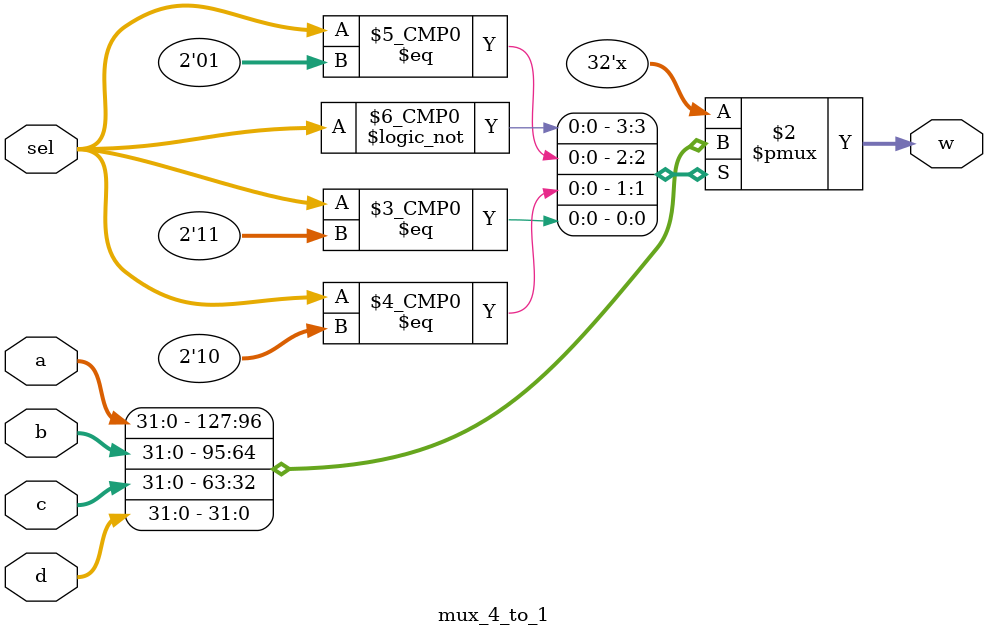
<source format=v>
module mux_2_to_1 (a, b, sel, w);
  input [31:0] a, b;
  input sel;
  output reg [31:0] w;
  assign w = sel ? b : a;
endmodule

module mux_3_to_1 (a, b, c, sel, w);
  input [31:0] a, b, c;
  input [1:0] sel;
  output reg [31:0] w;
  
  always @(a, b, c, sel) begin
	case (sel)
		2'b00: w <= a;
		2'b01: w <= b;
		2'b10: w <= c;
		default: w <= 32'bz;
	endcase
  end

endmodule

module mux_4_to_1 (a, b, c, d, sel, w);
  input [31:0] a, b, c, d;
  input [1:0] sel;
  output reg [31:0] w;
  
  always @(a, b, c, d, sel) begin
	case (sel)
		2'b00: w <= a;
		2'b01: w <= b;
		2'b10: w <= c;
		2'b11: w <= d;
		default: w <= 32'bz;
	endcase
  end
endmodule

</source>
